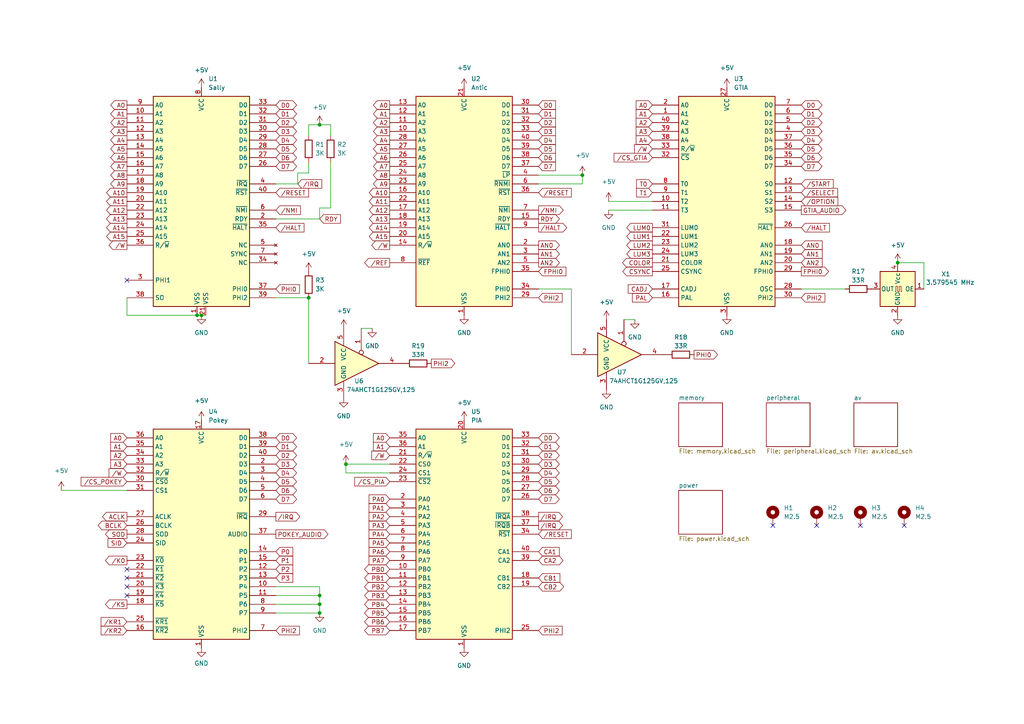
<source format=kicad_sch>
(kicad_sch (version 20230121) (generator eeschema)
  (paper "A4")
  (title_block (title "Atari SBC") (date "2023-09-01") (rev "1.2"))
  (lib_symbols
    (symbol "74xGxx:74AHCT1G125"
      (property "Reference" "U" (at -2.54 3.81 0))
      (property "Value" "74AHCT1G125" (at 0 -3.81 0))
      (symbol "74AHCT1G125_0_1"
        (polyline (pts (xy -7.62 6.35) (xy -7.62 -6.35) (xy 5.08 0) (xy -7.62 6.35)) (stroke (width 0.254)) (fill (type background)))
      )
      (symbol "74AHCT1G125_1_1"
        (pin input inverted (at 0 10.16 270) (length 7.62) (name "~") (number "1"))
        (pin input line (at -15.24 0 0) (length 7.62) (name "~") (number "2"))
        (pin power_in line (at -5.08 -10.16 90) (length 5.08) (name "GND") (number "3"))
        (pin tri_state line (at 12.7 0 180) (length 7.62) (name "~") (number "4"))
        (pin power_in line (at -5.08 10.16 270) (length 5.08) (name "VCC") (number "5"))
      )
    )
    (symbol "Device:R" (pin_numbers hide) (pin_names (offset 0))
      (property "Reference" "R" (at 2.032 0 90))
      (property "Value" "R" (at 0 0 90))
      (symbol "R_0_1"
        (rectangle (start -1.016 -2.54) (end 1.016 2.54) (stroke (width 0.254)))
      )
      (symbol "R_1_1"
        (pin passive line (at 0 3.81 270) (length 1.27) (name "~") (number "1"))
        (pin passive line (at 0 -3.81 90) (length 1.27) (name "~") (number "2"))
      )
    )
    (symbol "Mechanical:MountingHole_Pad" (pin_numbers hide) (pin_names (offset 1.016) hide)
      (property "Reference" "H" (at 0 6.35 0))
      (property "Value" "MountingHole_Pad" (at 0 4.445 0))
      (symbol "MountingHole_Pad_0_1"
        (circle (center 0 1.27) (radius 1.27) (stroke (width 1.27)))
      )
      (symbol "MountingHole_Pad_1_1"
        (pin input line (at 0 -2.54 90) (length 2.54) (name "1") (number "1"))
      )
    )
    (symbol "Oscillator:SG-8002CA" (pin_names (offset 0.254))
      (property "Reference" "X" (at -5.08 6.35 0))
      (property "Value" "SG-8002CA" (at 1.27 -6.35 0))
      (symbol "SG-8002CA_0_1"
        (rectangle (start -5.08 5.08) (end 5.08 -5.08) (stroke (width 0.254)) (fill (type background)))
        (polyline (pts (xy -1.27 -0.762) (xy -1.016 -0.762) (xy -1.016 0.762) (xy -0.508 0.762) (xy -0.508 -0.762) (xy 0 -0.762) (xy 0 0.762) (xy 0.508 0.762) (xy 0.508 -0.762) (xy 0.762 -0.762)))
      )
      (symbol "SG-8002CA_1_1"
        (pin input line (at -7.62 0 0) (length 2.54) (name "OE") (number "1"))
        (pin power_in line (at 0 -7.62 90) (length 2.54) (name "GND") (number "2"))
        (pin output line (at 7.62 0 180) (length 2.54) (name "OUT") (number "3"))
        (pin power_in line (at 0 7.62 270) (length 2.54) (name "Vcc") (number "4"))
      )
    )
    (symbol "Project_Atari_LSI:Atari-Antic"
      (property "Reference" "U" (at 0 2.54 0))
      (property "Value" "Atari-Antic" (at 0 0 0))
      (symbol "Atari-Antic_0_1"
        (rectangle (start -13.97 30.48) (end 13.97 -30.48) (stroke (width 0.254)) (fill (type background)))
      )
      (symbol "Atari-Antic_1_1"
        (pin power_in line (at 0 -33.02 90) (length 2.54) (name "VSS") (number "1"))
        (pin tri_state line (at -21.59 20.32 0) (length 7.62) (name "A3") (number "10"))
        (pin tri_state line (at -21.59 22.86 0) (length 7.62) (name "A2") (number "11"))
        (pin tri_state line (at -21.59 25.4 0) (length 7.62) (name "A1") (number "12"))
        (pin tri_state line (at -21.59 27.94 0) (length 7.62) (name "A0") (number "13"))
        (pin tri_state line (at -21.59 -12.7 0) (length 7.62) (name "R/~{W}") (number "14"))
        (pin open_collector line (at 21.59 -5.08 180) (length 7.62) (name "RDY") (number "15"))
        (pin tri_state line (at -21.59 2.54 0) (length 7.62) (name "A10") (number "16"))
        (pin tri_state line (at -21.59 -2.54 0) (length 7.62) (name "A12") (number "17"))
        (pin tri_state line (at -21.59 -5.08 0) (length 7.62) (name "A13") (number "18"))
        (pin tri_state line (at -21.59 -7.62 0) (length 7.62) (name "A14") (number "19"))
        (pin output line (at 21.59 -12.7 180) (length 7.62) (name "AN0") (number "2"))
        (pin tri_state line (at -21.59 -10.16 0) (length 7.62) (name "A15") (number "20"))
        (pin power_in line (at 0 33.02 270) (length 2.54) (name "VCC") (number "21"))
        (pin tri_state line (at -21.59 0 0) (length 7.62) (name "A11") (number "22"))
        (pin tri_state line (at -21.59 5.08 0) (length 7.62) (name "A9") (number "23"))
        (pin tri_state line (at -21.59 7.62 0) (length 7.62) (name "A8") (number "24"))
        (pin tri_state line (at -21.59 10.16 0) (length 7.62) (name "A7") (number "25"))
        (pin tri_state line (at -21.59 12.7 0) (length 7.62) (name "A6") (number "26"))
        (pin tri_state line (at -21.59 15.24 0) (length 7.62) (name "A5") (number "27"))
        (pin tri_state line (at -21.59 17.78 0) (length 7.62) (name "A4") (number "28"))
        (pin input line (at 21.59 -27.94 180) (length 7.62) (name "PHI2") (number "29"))
        (pin output line (at 21.59 -15.24 180) (length 7.62) (name "AN1") (number "3"))
        (pin tri_state line (at 21.59 27.94 180) (length 7.62) (name "D0") (number "30"))
        (pin tri_state line (at 21.59 25.4 180) (length 7.62) (name "D1") (number "31"))
        (pin tri_state line (at 21.59 22.86 180) (length 7.62) (name "D2") (number "32"))
        (pin tri_state line (at 21.59 20.32 180) (length 7.62) (name "D3") (number "33"))
        (pin output line (at 21.59 -25.4 180) (length 7.62) (name "PHI0") (number "34"))
        (pin input line (at 21.59 -20.32 180) (length 7.62) (name "FPHI0") (number "35"))
        (pin input line (at 21.59 2.54 180) (length 7.62) (name "~{RST}") (number "36"))
        (pin tri_state line (at 21.59 10.16 180) (length 7.62) (name "D7") (number "37"))
        (pin tri_state line (at 21.59 12.7 180) (length 7.62) (name "D6") (number "38"))
        (pin tri_state line (at 21.59 15.24 180) (length 7.62) (name "D5") (number "39"))
        (pin input line (at 21.59 7.62 180) (length 7.62) (name "~{LP}") (number "4"))
        (pin tri_state line (at 21.59 17.78 180) (length 7.62) (name "D4") (number "40"))
        (pin output line (at 21.59 -17.78 180) (length 7.62) (name "AN2") (number "5"))
        (pin input line (at 21.59 5.08 180) (length 7.62) (name "~{RNMI}") (number "6"))
        (pin output line (at 21.59 -2.54 180) (length 7.62) (name "~{NMI}") (number "7"))
        (pin output line (at -21.59 -17.78 0) (length 7.62) (name "~{REF}") (number "8"))
        (pin output line (at 21.59 -7.62 180) (length 7.62) (name "~{HALT}") (number "9"))
      )
    )
    (symbol "Project_Atari_LSI:Atari-GTIA"
      (property "Reference" "U" (at 0 2.54 0))
      (property "Value" "Atari-GTIA" (at 0 0 0))
      (symbol "Atari-GTIA_0_1"
        (rectangle (start -13.97 30.48) (end 13.97 -30.48) (stroke (width 0.254)) (fill (type background)))
      )
      (symbol "Atari-GTIA_1_1"
        (pin input line (at -21.59 25.4 0) (length 7.62) (name "A1") (number "1"))
        (pin input line (at -21.59 0 0) (length 7.62) (name "T2") (number "10"))
        (pin input line (at -21.59 -2.54 0) (length 7.62) (name "T3") (number "11"))
        (pin bidirectional line (at 21.59 5.08 180) (length 7.62) (name "S0") (number "12"))
        (pin bidirectional line (at 21.59 2.54 180) (length 7.62) (name "S1") (number "13"))
        (pin bidirectional line (at 21.59 0 180) (length 7.62) (name "S2") (number "14"))
        (pin bidirectional line (at 21.59 -2.54 180) (length 7.62) (name "S3") (number "15"))
        (pin input line (at -21.59 -27.94 0) (length 7.62) (name "PAL") (number "16"))
        (pin input line (at -21.59 -25.4 0) (length 7.62) (name "CADJ") (number "17"))
        (pin input line (at 21.59 -12.7 180) (length 7.62) (name "AN0") (number "18"))
        (pin input line (at 21.59 -15.24 180) (length 7.62) (name "AN1") (number "19"))
        (pin input line (at -21.59 27.94 0) (length 7.62) (name "A0") (number "2"))
        (pin input line (at 21.59 -17.78 180) (length 7.62) (name "AN2") (number "20"))
        (pin open_collector line (at -21.59 -17.78 0) (length 7.62) (name "COLOR") (number "21"))
        (pin open_collector line (at -21.59 -10.16 0) (length 7.62) (name "LUM1") (number "22"))
        (pin open_collector line (at -21.59 -12.7 0) (length 7.62) (name "LUM2") (number "23"))
        (pin open_collector line (at -21.59 -15.24 0) (length 7.62) (name "LUM3") (number "24"))
        (pin output line (at -21.59 -20.32 0) (length 7.62) (name "CSYNC") (number "25"))
        (pin input line (at 21.59 -7.62 180) (length 7.62) (name "~{HALT}") (number "26"))
        (pin power_in line (at 0 33.02 270) (length 2.54) (name "VCC") (number "27"))
        (pin input line (at 21.59 -25.4 180) (length 7.62) (name "OSC") (number "28"))
        (pin output line (at 21.59 -20.32 180) (length 7.62) (name "FPHI0") (number "29"))
        (pin power_in line (at 0 -33.02 90) (length 2.54) (name "VSS") (number "3"))
        (pin input line (at 21.59 -27.94 180) (length 7.62) (name "PHI2") (number "30"))
        (pin open_collector line (at -21.59 -7.62 0) (length 7.62) (name "LUM0") (number "31"))
        (pin input line (at -21.59 12.7 0) (length 7.62) (name "~{CS}") (number "32"))
        (pin input line (at -21.59 15.24 0) (length 7.62) (name "R/~{W}") (number "33"))
        (pin bidirectional line (at 21.59 10.16 180) (length 7.62) (name "D7") (number "34"))
        (pin bidirectional line (at 21.59 12.7 180) (length 7.62) (name "D6") (number "35"))
        (pin bidirectional line (at 21.59 15.24 180) (length 7.62) (name "D5") (number "36"))
        (pin bidirectional line (at 21.59 17.78 180) (length 7.62) (name "D4") (number "37"))
        (pin input line (at -21.59 17.78 0) (length 7.62) (name "A4") (number "38"))
        (pin input line (at -21.59 20.32 0) (length 7.62) (name "A3") (number "39"))
        (pin tri_state line (at 21.59 20.32 180) (length 7.62) (name "D3") (number "4"))
        (pin input line (at -21.59 22.86 0) (length 7.62) (name "A2") (number "40"))
        (pin tri_state line (at 21.59 22.86 180) (length 7.62) (name "D2") (number "5"))
        (pin tri_state line (at 21.59 25.4 180) (length 7.62) (name "D1") (number "6"))
        (pin tri_state line (at 21.59 27.94 180) (length 7.62) (name "D0") (number "7"))
        (pin input line (at -21.59 5.08 0) (length 7.62) (name "T0") (number "8"))
        (pin input line (at -21.59 2.54 0) (length 7.62) (name "T1") (number "9"))
      )
    )
    (symbol "Project_Atari_LSI:Atari-Pokey"
      (property "Reference" "U" (at 0 2.54 0))
      (property "Value" "Atari-Pokey" (at 0 0 0))
      (symbol "Atari-Pokey_0_1"
        (rectangle (start -13.97 30.48) (end 13.97 -30.48) (stroke (width 0.254)) (fill (type background)))
      )
      (symbol "Atari-Pokey_1_1"
        (pin power_in line (at 0 -33.02 90) (length 2.54) (name "VSS") (number "1"))
        (pin input line (at 21.59 -15.24 180) (length 7.62) (name "P4") (number "10"))
        (pin input line (at 21.59 -17.78 180) (length 7.62) (name "P5") (number "11"))
        (pin input line (at 21.59 -10.16 180) (length 7.62) (name "P2") (number "12"))
        (pin input line (at 21.59 -12.7 180) (length 7.62) (name "P3") (number "13"))
        (pin input line (at 21.59 -5.08 180) (length 7.62) (name "P0") (number "14"))
        (pin input line (at 21.59 -7.62 180) (length 7.62) (name "P1") (number "15"))
        (pin input line (at -21.59 -27.94 0) (length 7.62) (name "~{KR2}") (number "16"))
        (pin power_in line (at 0 33.02 270) (length 2.54) (name "VCC") (number "17"))
        (pin output line (at -21.59 -20.32 0) (length 7.62) (name "~{K5}") (number "18"))
        (pin output line (at -21.59 -17.78 0) (length 7.62) (name "~{K4}") (number "19"))
        (pin tri_state line (at 21.59 20.32 180) (length 7.62) (name "D3") (number "2"))
        (pin output line (at -21.59 -15.24 0) (length 7.62) (name "~{K3}") (number "20"))
        (pin output line (at -21.59 -12.7 0) (length 7.62) (name "~{K2}") (number "21"))
        (pin output line (at -21.59 -10.16 0) (length 7.62) (name "~{K1}") (number "22"))
        (pin output line (at -21.59 -7.62 0) (length 7.62) (name "~{K0}") (number "23"))
        (pin input line (at -21.59 -2.54 0) (length 7.62) (name "SID") (number "24"))
        (pin input line (at -21.59 -25.4 0) (length 7.62) (name "~{KR1}") (number "25"))
        (pin bidirectional line (at -21.59 2.54 0) (length 7.62) (name "BCLK") (number "26"))
        (pin open_collector line (at -21.59 5.08 0) (length 7.62) (name "ACLK") (number "27"))
        (pin open_collector line (at -21.59 0 0) (length 7.62) (name "SOD") (number "28"))
        (pin open_collector line (at 21.59 5.08 180) (length 7.62) (name "~{IRQ}") (number "29"))
        (pin tri_state line (at 21.59 17.78 180) (length 7.62) (name "D4") (number "3"))
        (pin input line (at -21.59 15.24 0) (length 7.62) (name "~{CS0}") (number "30"))
        (pin input line (at -21.59 12.7 0) (length 7.62) (name "CS1") (number "31"))
        (pin input line (at -21.59 17.78 0) (length 7.62) (name "R/~{W}") (number "32"))
        (pin input line (at -21.59 20.32 0) (length 7.62) (name "A3") (number "33"))
        (pin input line (at -21.59 22.86 0) (length 7.62) (name "A2") (number "34"))
        (pin input line (at -21.59 25.4 0) (length 7.62) (name "A1") (number "35"))
        (pin input line (at -21.59 27.94 0) (length 7.62) (name "A0") (number "36"))
        (pin open_collector line (at 21.59 0 180) (length 7.62) (name "AUDIO") (number "37"))
        (pin tri_state line (at 21.59 27.94 180) (length 7.62) (name "D0") (number "38"))
        (pin tri_state line (at 21.59 25.4 180) (length 7.62) (name "D1") (number "39"))
        (pin tri_state line (at 21.59 15.24 180) (length 7.62) (name "D5") (number "4"))
        (pin tri_state line (at 21.59 22.86 180) (length 7.62) (name "D2") (number "40"))
        (pin tri_state line (at 21.59 12.7 180) (length 7.62) (name "D6") (number "5"))
        (pin tri_state line (at 21.59 10.16 180) (length 7.62) (name "D7") (number "6"))
        (pin input line (at 21.59 -27.94 180) (length 7.62) (name "PHI2") (number "7"))
        (pin input line (at 21.59 -20.32 180) (length 7.62) (name "P6") (number "8"))
        (pin input line (at 21.59 -22.86 180) (length 7.62) (name "P7") (number "9"))
      )
    )
    (symbol "Project_Atari_LSI:Atari-Sally"
      (property "Reference" "U" (at 0 2.54 0))
      (property "Value" "Atari-Sally" (at 0 0 0))
      (symbol "Atari-Sally_0_1"
        (rectangle (start -13.97 30.48) (end 13.97 -30.48) (stroke (width 0.254)) (fill (type background)))
      )
      (symbol "Atari-Sally_1_1"
        (pin power_in line (at -1.27 -33.02 90) (length 2.54) (name "VSS") (number "1"))
        (pin tri_state line (at -21.59 25.4 0) (length 7.62) (name "A1") (number "10"))
        (pin tri_state line (at -21.59 22.86 0) (length 7.62) (name "A2") (number "11"))
        (pin tri_state line (at -21.59 20.32 0) (length 7.62) (name "A3") (number "12"))
        (pin tri_state line (at -21.59 17.78 0) (length 7.62) (name "A4") (number "13"))
        (pin tri_state line (at -21.59 15.24 0) (length 7.62) (name "A5") (number "14"))
        (pin tri_state line (at -21.59 12.7 0) (length 7.62) (name "A6") (number "15"))
        (pin tri_state line (at -21.59 10.16 0) (length 7.62) (name "A7") (number "16"))
        (pin tri_state line (at -21.59 7.62 0) (length 7.62) (name "A8") (number "17"))
        (pin tri_state line (at -21.59 5.08 0) (length 7.62) (name "A9") (number "18"))
        (pin tri_state line (at -21.59 2.54 0) (length 7.62) (name "A10") (number "19"))
        (pin input line (at 21.59 -5.08 180) (length 7.62) (name "RDY") (number "2"))
        (pin tri_state line (at -21.59 0 0) (length 7.62) (name "A11") (number "20"))
        (pin power_in line (at 1.27 -33.02 90) (length 2.54) (name "VSS") (number "21"))
        (pin tri_state line (at -21.59 -2.54 0) (length 7.62) (name "A12") (number "22"))
        (pin tri_state line (at -21.59 -5.08 0) (length 7.62) (name "A13") (number "23"))
        (pin tri_state line (at -21.59 -7.62 0) (length 7.62) (name "A14") (number "24"))
        (pin tri_state line (at -21.59 -10.16 0) (length 7.62) (name "A15") (number "25"))
        (pin tri_state line (at 21.59 10.16 180) (length 7.62) (name "D7") (number "26"))
        (pin tri_state line (at 21.59 12.7 180) (length 7.62) (name "D6") (number "27"))
        (pin tri_state line (at 21.59 15.24 180) (length 7.62) (name "D5") (number "28"))
        (pin tri_state line (at 21.59 17.78 180) (length 7.62) (name "D4") (number "29"))
        (pin output line (at -21.59 -22.86 0) (length 7.62) (name "PHI1") (number "3"))
        (pin tri_state line (at 21.59 20.32 180) (length 7.62) (name "D3") (number "30"))
        (pin tri_state line (at 21.59 22.86 180) (length 7.62) (name "D2") (number "31"))
        (pin tri_state line (at 21.59 25.4 180) (length 7.62) (name "D1") (number "32"))
        (pin tri_state line (at 21.59 27.94 180) (length 7.62) (name "D0") (number "33"))
        (pin no_connect line (at 21.59 -17.78 180) (length 7.62) (name "NC") (number "34"))
        (pin input line (at 21.59 -7.62 180) (length 7.62) (name "~{HALT}") (number "35"))
        (pin tri_state line (at -21.59 -12.7 0) (length 7.62) (name "R/~{W}") (number "36"))
        (pin input line (at 21.59 -25.4 180) (length 7.62) (name "PHI0") (number "37"))
        (pin input line (at -21.59 -27.94 0) (length 7.62) (name "SO") (number "38"))
        (pin output line (at 21.59 -27.94 180) (length 7.62) (name "PHI2") (number "39"))
        (pin input line (at 21.59 5.08 180) (length 7.62) (name "~{IRQ}") (number "4"))
        (pin input line (at 21.59 2.54 180) (length 7.62) (name "~{RST}") (number "40"))
        (pin no_connect line (at 21.59 -12.7 180) (length 7.62) (name "NC") (number "5"))
        (pin input line (at 21.59 -2.54 180) (length 7.62) (name "~{NMI}") (number "6"))
        (pin no_connect line (at 21.59 -15.24 180) (length 7.62) (name "SYNC") (number "7"))
        (pin power_in line (at 0 33.02 270) (length 2.54) (name "VCC") (number "8"))
        (pin tri_state line (at -21.59 27.94 0) (length 7.62) (name "A0") (number "9"))
      )
    )
    (symbol "Project_Atari_LSI:PIA"
      (property "Reference" "U" (at 0 2.54 0))
      (property "Value" "PIA" (at 0 0 0))
      (symbol "PIA_0_1"
        (rectangle (start -13.97 30.48) (end 13.97 -30.48) (stroke (width 0.254)) (fill (type background)))
      )
      (symbol "PIA_1_1"
        (pin power_in line (at 0 -33.02 90) (length 2.54) (name "VSS") (number "1"))
        (pin bidirectional line (at -21.59 -10.16 0) (length 7.62) (name "PB0") (number "10"))
        (pin bidirectional line (at -21.59 -12.7 0) (length 7.62) (name "PB1") (number "11"))
        (pin bidirectional line (at -21.59 -15.24 0) (length 7.62) (name "PB2") (number "12"))
        (pin bidirectional line (at -21.59 -17.78 0) (length 7.62) (name "PB3") (number "13"))
        (pin bidirectional line (at -21.59 -20.32 0) (length 7.62) (name "PB4") (number "14"))
        (pin bidirectional line (at -21.59 -22.86 0) (length 7.62) (name "PB5") (number "15"))
        (pin bidirectional line (at -21.59 -25.4 0) (length 7.62) (name "PB6") (number "16"))
        (pin bidirectional line (at -21.59 -27.94 0) (length 7.62) (name "PB7") (number "17"))
        (pin input line (at 21.59 -12.7 180) (length 7.62) (name "CB1") (number "18"))
        (pin bidirectional line (at 21.59 -15.24 180) (length 7.62) (name "CB2") (number "19"))
        (pin bidirectional line (at -21.59 10.16 0) (length 7.62) (name "PA0") (number "2"))
        (pin power_in line (at 0 33.02 270) (length 2.54) (name "VCC") (number "20"))
        (pin input line (at -21.59 22.86 0) (length 7.62) (name "R/~{W}") (number "21"))
        (pin input line (at -21.59 20.32 0) (length 7.62) (name "CS0") (number "22"))
        (pin input line (at -21.59 15.24 0) (length 7.62) (name "~{CS2}") (number "23"))
        (pin input line (at -21.59 17.78 0) (length 7.62) (name "CS1") (number "24"))
        (pin input line (at 21.59 -27.94 180) (length 7.62) (name "PHI2") (number "25"))
        (pin tri_state line (at 21.59 10.16 180) (length 7.62) (name "D7") (number "26"))
        (pin tri_state line (at 21.59 12.7 180) (length 7.62) (name "D6") (number "27"))
        (pin tri_state line (at 21.59 15.24 180) (length 7.62) (name "D5") (number "28"))
        (pin tri_state line (at 21.59 17.78 180) (length 7.62) (name "D4") (number "29"))
        (pin bidirectional line (at -21.59 7.62 0) (length 7.62) (name "PA1") (number "3"))
        (pin tri_state line (at 21.59 20.32 180) (length 7.62) (name "D3") (number "30"))
        (pin tri_state line (at 21.59 22.86 180) (length 7.62) (name "D2") (number "31"))
        (pin tri_state line (at 21.59 25.4 180) (length 7.62) (name "D1") (number "32"))
        (pin tri_state line (at 21.59 27.94 180) (length 7.62) (name "D0") (number "33"))
        (pin input line (at 21.59 0 180) (length 7.62) (name "~{RST}") (number "34"))
        (pin input line (at -21.59 27.94 0) (length 7.62) (name "A0") (number "35"))
        (pin input line (at -21.59 25.4 0) (length 7.62) (name "A1") (number "36"))
        (pin open_collector line (at 21.59 2.54 180) (length 7.62) (name "~{IRQB}") (number "37"))
        (pin open_collector line (at 21.59 5.08 180) (length 7.62) (name "~{IRQA}") (number "38"))
        (pin bidirectional line (at 21.59 -7.62 180) (length 7.62) (name "CA2") (number "39"))
        (pin bidirectional line (at -21.59 5.08 0) (length 7.62) (name "PA2") (number "4"))
        (pin input line (at 21.59 -5.08 180) (length 7.62) (name "CA1") (number "40"))
        (pin bidirectional line (at -21.59 2.54 0) (length 7.62) (name "PA3") (number "5"))
        (pin bidirectional line (at -21.59 0 0) (length 7.62) (name "PA4") (number "6"))
        (pin bidirectional line (at -21.59 -2.54 0) (length 7.62) (name "PA5") (number "7"))
        (pin bidirectional line (at -21.59 -5.08 0) (length 7.62) (name "PA6") (number "8"))
        (pin bidirectional line (at -21.59 -7.62 0) (length 7.62) (name "PA7") (number "9"))
      )
    )
    (symbol "power:+5V" (power) (pin_names (offset 0))
      (property "Value" "+5V" (at 0 3.556 0))
      (symbol "+5V_0_1"
        (polyline (pts (xy -0.762 1.27) (xy 0 2.54)))
        (polyline (pts (xy 0 0) (xy 0 2.54)))
        (polyline (pts (xy 0 2.54) (xy 0.762 1.27)))
      )
      (symbol "+5V_1_1"
        (pin power_in line (at 0 0 90) (length 0) hide (name "+5V") (number "1"))
      )
    )
    (symbol "power:GND" (power) (pin_names (offset 0))
      (property "Value" "GND" (at 0 -3.81 0))
      (symbol "GND_0_1"
        (polyline (pts (xy 0 0) (xy 0 -1.27) (xy 1.27 -1.27) (xy 0 -2.54) (xy -1.27 -1.27) (xy 0 -1.27)))
      )
      (symbol "GND_1_1"
        (pin power_in line (at 0 0 270) (length 0) hide (name "GND") (number "1"))
      )
    )
  )
  (junction (at 92.71 172.72))
  (junction (at 58.42 91.44))
  (junction (at 57.15 91.44))
  (junction (at 260.35 76.2))
  (junction (at 92.71 177.8))
  (junction (at 92.71 175.26))
  (junction (at 92.71 36.195))
  (junction (at 168.91 50.8))
  (junction (at 100.33 134.62))
  (junction (at 89.535 86.36))
  (no_connect (at 36.83 170.18))
  (no_connect (at 36.83 167.64))
  (no_connect (at 236.855 152.4))
  (no_connect (at 36.83 172.72))
  (no_connect (at 262.255 152.4))
  (no_connect (at 36.83 81.28))
  (no_connect (at 249.555 152.4))
  (no_connect (at 224.155 152.4))
  (no_connect (at 36.83 165.1))
  (wire (pts (xy 80.01 170.18) (xy 92.71 170.18)))
  (wire (pts (xy 156.21 83.82) (xy 165.735 83.82)))
  (wire (pts (xy 267.97 76.2) (xy 260.35 76.2)))
  (wire (pts (xy 86.36 50.165) (xy 86.36 53.34)))
  (wire (pts (xy 267.97 83.82) (xy 267.97 76.2)))
  (wire (pts (xy 156.21 50.8) (xy 168.91 50.8)))
  (wire (pts (xy 89.535 36.195) (xy 89.535 39.37)))
  (wire (pts (xy 80.01 172.72) (xy 92.71 172.72)))
  (wire (pts (xy 92.71 60.325) (xy 92.71 63.5)))
  (wire (pts (xy 89.535 46.99) (xy 89.535 50.165)))
  (wire (pts (xy 165.735 83.82) (xy 165.735 102.87)))
  (wire (pts (xy 92.71 170.18) (xy 92.71 172.72)))
  (wire (pts (xy 95.885 46.99) (xy 95.885 60.325)))
  (wire (pts (xy 58.42 91.44) (xy 59.69 91.44)))
  (wire (pts (xy 92.71 175.26) (xy 92.71 177.8)))
  (wire (pts (xy 232.41 83.82) (xy 245.11 83.82)))
  (wire (pts (xy 80.01 177.8) (xy 92.71 177.8)))
  (wire (pts (xy 100.33 134.62) (xy 100.33 137.16)))
  (wire (pts (xy 113.03 134.62) (xy 100.33 134.62)))
  (wire (pts (xy 36.83 91.44) (xy 57.15 91.44)))
  (wire (pts (xy 104.775 95.25) (xy 107.95 95.25)))
  (wire (pts (xy 156.21 53.34) (xy 168.91 53.34)))
  (wire (pts (xy 180.975 92.71) (xy 184.15 92.71)))
  (wire (pts (xy 80.01 63.5) (xy 92.71 63.5)))
  (wire (pts (xy 95.885 36.195) (xy 95.885 39.37)))
  (wire (pts (xy 89.535 36.195) (xy 92.71 36.195)))
  (wire (pts (xy 92.71 172.72) (xy 92.71 175.26)))
  (wire (pts (xy 80.01 53.34) (xy 86.36 53.34)))
  (wire (pts (xy 92.71 60.325) (xy 95.885 60.325)))
  (wire (pts (xy 113.03 137.16) (xy 100.33 137.16)))
  (wire (pts (xy 80.01 175.26) (xy 92.71 175.26)))
  (wire (pts (xy 92.71 36.195) (xy 95.885 36.195)))
  (wire (pts (xy 57.15 91.44) (xy 58.42 91.44)))
  (wire (pts (xy 80.01 86.36) (xy 89.535 86.36)))
  (wire (pts (xy 17.78 142.24) (xy 36.83 142.24)))
  (wire (pts (xy 86.36 50.165) (xy 89.535 50.165)))
  (wire (pts (xy 176.53 58.42) (xy 189.23 58.42)))
  (wire (pts (xy 89.535 86.36) (xy 89.535 105.41)))
  (wire (pts (xy 168.91 50.8) (xy 168.91 53.34)))
  (wire (pts (xy 36.83 86.36) (xy 36.83 91.44)))
  (wire (pts (xy 176.53 60.96) (xy 189.23 60.96)))
  (global_label "A1" (shape output) (at 36.83 33.02 180) (property "Intersheetrefs" "${INTERSHEET_REFS}" (effects hide)))
  (global_label "CB1" (shape input) (at 156.21 167.64 0) (property "Intersheetrefs" "${INTERSHEET_REFS}" (effects hide)))
  (global_label "PB3" (shape bidirectional) (at 113.03 172.72 180) (property "Intersheetrefs" "${INTERSHEET_REFS}" (effects hide)))
  (global_label "D2" (shape tri_state) (at 232.41 35.56 0) (property "Intersheetrefs" "${INTERSHEET_REFS}" (effects hide)))
  (global_label "PA6" (shape input) (at 113.03 160.02 180) (property "Intersheetrefs" "${INTERSHEET_REFS}" (effects hide)))
  (global_label "{slash}IRQ" (shape output) (at 156.21 149.86 0) (property "Intersheetrefs" "${INTERSHEET_REFS}" (effects hide)))
  (global_label "D3" (shape tri_state) (at 80.01 38.1 0) (property "Intersheetrefs" "${INTERSHEET_REFS}" (effects hide)))
  (global_label "{slash}KR1" (shape input) (at 36.83 180.34 180) (property "Intersheetrefs" "${INTERSHEET_REFS}" (effects hide)))
  (global_label "A3" (shape output) (at 36.83 38.1 180) (property "Intersheetrefs" "${INTERSHEET_REFS}" (effects hide)))
  (global_label "T1" (shape input) (at 189.23 55.88 180) (property "Intersheetrefs" "${INTERSHEET_REFS}" (effects hide)))
  (global_label "A7" (shape output) (at 113.03 48.26 180) (property "Intersheetrefs" "${INTERSHEET_REFS}" (effects hide)))
  (global_label "A2" (shape input) (at 189.23 35.56 180) (property "Intersheetrefs" "${INTERSHEET_REFS}" (effects hide)))
  (global_label "D7" (shape tri_state) (at 80.01 144.78 0) (property "Intersheetrefs" "${INTERSHEET_REFS}" (effects hide)))
  (global_label "LUM0" (shape output) (at 189.23 66.04 180) (property "Intersheetrefs" "${INTERSHEET_REFS}" (effects hide)))
  (global_label "A1" (shape input) (at 36.83 129.54 180) (property "Intersheetrefs" "${INTERSHEET_REFS}" (effects hide)))
  (global_label "{slash}OPTION" (shape input) (at 232.41 58.42 0) (property "Intersheetrefs" "${INTERSHEET_REFS}" (effects hide)))
  (global_label "POKEY_AUDIO" (shape output) (at 80.01 154.94 0) (property "Intersheetrefs" "${INTERSHEET_REFS}" (effects hide)))
  (global_label "A3" (shape input) (at 36.83 134.62 180) (property "Intersheetrefs" "${INTERSHEET_REFS}" (effects hide)))
  (global_label "{slash}NMI" (shape output) (at 156.21 60.96 0) (property "Intersheetrefs" "${INTERSHEET_REFS}" (effects hide)))
  (global_label "A2" (shape output) (at 113.03 35.56 180) (property "Intersheetrefs" "${INTERSHEET_REFS}" (effects hide)))
  (global_label "D1" (shape tri_state) (at 80.01 129.54 0) (property "Intersheetrefs" "${INTERSHEET_REFS}" (effects hide)))
  (global_label "A0" (shape input) (at 36.83 127 180) (property "Intersheetrefs" "${INTERSHEET_REFS}" (effects hide)))
  (global_label "A4" (shape output) (at 113.03 40.64 180) (property "Intersheetrefs" "${INTERSHEET_REFS}" (effects hide)))
  (global_label "A6" (shape output) (at 113.03 45.72 180) (property "Intersheetrefs" "${INTERSHEET_REFS}" (effects hide)))
  (global_label "A9" (shape output) (at 36.83 53.34 180) (property "Intersheetrefs" "${INTERSHEET_REFS}" (effects hide)))
  (global_label "A3" (shape output) (at 113.03 38.1 180) (property "Intersheetrefs" "${INTERSHEET_REFS}" (effects hide)))
  (global_label "PA2" (shape input) (at 113.03 149.86 180) (property "Intersheetrefs" "${INTERSHEET_REFS}" (effects hide)))
  (global_label "P0" (shape input) (at 80.01 160.02 0) (property "Intersheetrefs" "${INTERSHEET_REFS}" (effects hide)))
  (global_label "RDY" (shape output) (at 156.21 63.5 0) (property "Intersheetrefs" "${INTERSHEET_REFS}" (effects hide)))
  (global_label "GTIA_AUDIO" (shape output) (at 232.41 60.96 0) (property "Intersheetrefs" "${INTERSHEET_REFS}" (effects hide)))
  (global_label "SOD" (shape output) (at 36.83 154.94 180) (property "Intersheetrefs" "${INTERSHEET_REFS}" (effects hide)))
  (global_label "A8" (shape output) (at 113.03 50.8 180) (property "Intersheetrefs" "${INTERSHEET_REFS}" (effects hide)))
  (global_label "A0" (shape output) (at 113.03 30.48 180) (property "Intersheetrefs" "${INTERSHEET_REFS}" (effects hide)))
  (global_label "A15" (shape output) (at 36.83 68.58 180) (property "Intersheetrefs" "${INTERSHEET_REFS}" (effects hide)))
  (global_label "D4" (shape input) (at 156.21 40.64 0) (property "Intersheetrefs" "${INTERSHEET_REFS}" (effects hide)))
  (global_label "D4" (shape tri_state) (at 80.01 137.16 0) (property "Intersheetrefs" "${INTERSHEET_REFS}" (effects hide)))
  (global_label "D4" (shape tri_state) (at 156.21 137.16 0) (property "Intersheetrefs" "${INTERSHEET_REFS}" (effects hide)))
  (global_label "D7" (shape input) (at 156.21 48.26 0) (property "Intersheetrefs" "${INTERSHEET_REFS}" (effects hide)))
  (global_label "FPHI0" (shape input) (at 156.21 78.74 0) (property "Intersheetrefs" "${INTERSHEET_REFS}" (effects hide)))
  (global_label "D5" (shape tri_state) (at 156.21 139.7 0) (property "Intersheetrefs" "${INTERSHEET_REFS}" (effects hide)))
  (global_label "AN2" (shape input) (at 232.41 76.2 0) (property "Intersheetrefs" "${INTERSHEET_REFS}" (effects hide)))
  (global_label "D5" (shape tri_state) (at 80.01 43.18 0) (property "Intersheetrefs" "${INTERSHEET_REFS}" (effects hide)))
  (global_label "A8" (shape output) (at 36.83 50.8 180) (property "Intersheetrefs" "${INTERSHEET_REFS}" (effects hide)))
  (global_label "D6" (shape tri_state) (at 80.01 142.24 0) (property "Intersheetrefs" "${INTERSHEET_REFS}" (effects hide)))
  (global_label "D5" (shape tri_state) (at 80.01 139.7 0) (property "Intersheetrefs" "${INTERSHEET_REFS}" (effects hide)))
  (global_label "D2" (shape tri_state) (at 156.21 132.08 0) (property "Intersheetrefs" "${INTERSHEET_REFS}" (effects hide)))
  (global_label "A1" (shape input) (at 189.23 33.02 180) (property "Intersheetrefs" "${INTERSHEET_REFS}" (effects hide)))
  (global_label "P3" (shape input) (at 80.01 167.64 0) (property "Intersheetrefs" "${INTERSHEET_REFS}" (effects hide)))
  (global_label "D2" (shape tri_state) (at 80.01 132.08 0) (property "Intersheetrefs" "${INTERSHEET_REFS}" (effects hide)))
  (global_label "LUM3" (shape output) (at 189.23 73.66 180) (property "Intersheetrefs" "${INTERSHEET_REFS}" (effects hide)))
  (global_label "{slash}HALT" (shape output) (at 156.21 66.04 0) (property "Intersheetrefs" "${INTERSHEET_REFS}" (effects hide)))
  (global_label "CB2" (shape bidirectional) (at 156.21 170.18 0) (property "Intersheetrefs" "${INTERSHEET_REFS}" (effects hide)))
  (global_label "A5" (shape output) (at 113.03 43.18 180) (property "Intersheetrefs" "${INTERSHEET_REFS}" (effects hide)))
  (global_label "PHI0" (shape output) (at 201.295 102.87 0) (property "Intersheetrefs" "${INTERSHEET_REFS}" (effects hide)))
  (global_label "P1" (shape input) (at 80.01 162.56 0) (property "Intersheetrefs" "${INTERSHEET_REFS}" (effects hide)))
  (global_label "A13" (shape output) (at 113.03 63.5 180) (property "Intersheetrefs" "${INTERSHEET_REFS}" (effects hide)))
  (global_label "SID" (shape input) (at 36.83 157.48 180) (property "Intersheetrefs" "${INTERSHEET_REFS}" (effects hide)))
  (global_label "D3" (shape tri_state) (at 232.41 38.1 0) (property "Intersheetrefs" "${INTERSHEET_REFS}" (effects hide)))
  (global_label "{slash}IRQ" (shape output) (at 156.21 152.4 0) (property "Intersheetrefs" "${INTERSHEET_REFS}" (effects hide)))
  (global_label "CSYNC" (shape output) (at 189.23 78.74 180) (property "Intersheetrefs" "${INTERSHEET_REFS}" (effects hide)))
  (global_label "A14" (shape output) (at 113.03 66.04 180) (property "Intersheetrefs" "${INTERSHEET_REFS}" (effects hide)))
  (global_label "ACLK" (shape output) (at 36.83 149.86 180) (property "Intersheetrefs" "${INTERSHEET_REFS}" (effects hide)))
  (global_label "A5" (shape output) (at 36.83 43.18 180) (property "Intersheetrefs" "${INTERSHEET_REFS}" (effects hide)))
  (global_label "PB6" (shape bidirectional) (at 113.03 180.34 180) (property "Intersheetrefs" "${INTERSHEET_REFS}" (effects hide)))
  (global_label "D6" (shape tri_state) (at 80.01 45.72 0) (property "Intersheetrefs" "${INTERSHEET_REFS}" (effects hide)))
  (global_label "D5" (shape input) (at 156.21 43.18 0) (property "Intersheetrefs" "${INTERSHEET_REFS}" (effects hide)))
  (global_label "D3" (shape tri_state) (at 156.21 134.62 0) (property "Intersheetrefs" "${INTERSHEET_REFS}" (effects hide)))
  (global_label "D3" (shape tri_state) (at 80.01 134.62 0) (property "Intersheetrefs" "${INTERSHEET_REFS}" (effects hide)))
  (global_label "D7" (shape tri_state) (at 232.41 48.26 0) (property "Intersheetrefs" "${INTERSHEET_REFS}" (effects hide)))
  (global_label "A2" (shape output) (at 36.83 35.56 180) (property "Intersheetrefs" "${INTERSHEET_REFS}" (effects hide)))
  (global_label "{slash}IRQ" (shape output) (at 80.01 149.86 0) (property "Intersheetrefs" "${INTERSHEET_REFS}" (effects hide)))
  (global_label "A1" (shape input) (at 113.03 129.54 180) (property "Intersheetrefs" "${INTERSHEET_REFS}" (effects hide)))
  (global_label "D6" (shape tri_state) (at 232.41 45.72 0) (property "Intersheetrefs" "${INTERSHEET_REFS}" (effects hide)))
  (global_label "{slash}START" (shape input) (at 232.41 53.34 0) (property "Intersheetrefs" "${INTERSHEET_REFS}" (effects hide)))
  (global_label "A15" (shape output) (at 113.03 68.58 180) (property "Intersheetrefs" "${INTERSHEET_REFS}" (effects hide)))
  (global_label "A10" (shape output) (at 36.83 55.88 180) (property "Intersheetrefs" "${INTERSHEET_REFS}" (effects hide)))
  (global_label "A11" (shape output) (at 113.03 58.42 180) (property "Intersheetrefs" "${INTERSHEET_REFS}" (effects hide)))
  (global_label "PAL" (shape input) (at 189.23 86.36 180) (property "Intersheetrefs" "${INTERSHEET_REFS}" (effects hide)))
  (global_label "D1" (shape input) (at 156.21 33.02 0) (property "Intersheetrefs" "${INTERSHEET_REFS}" (effects hide)))
  (global_label "A10" (shape output) (at 113.03 55.88 180) (property "Intersheetrefs" "${INTERSHEET_REFS}" (effects hide)))
  (global_label "{slash}CS_PIA" (shape input) (at 113.03 139.7 180) (property "Intersheetrefs" "${INTERSHEET_REFS}" (effects hide)))
  (global_label "A12" (shape output) (at 113.03 60.96 180) (property "Intersheetrefs" "${INTERSHEET_REFS}" (effects hide)))
  (global_label "CADJ" (shape input) (at 189.23 83.82 180) (property "Intersheetrefs" "${INTERSHEET_REFS}" (effects hide)))
  (global_label "AN2" (shape output) (at 156.21 76.2 0) (property "Intersheetrefs" "${INTERSHEET_REFS}" (effects hide)))
  (global_label "PB1" (shape bidirectional) (at 113.03 167.64 180) (property "Intersheetrefs" "${INTERSHEET_REFS}" (effects hide)))
  (global_label "{slash}K0" (shape output) (at 36.83 162.56 180) (property "Intersheetrefs" "${INTERSHEET_REFS}" (effects hide)))
  (global_label "A4" (shape input) (at 189.23 40.64 180) (property "Intersheetrefs" "${INTERSHEET_REFS}" (effects hide)))
  (global_label "A7" (shape output) (at 36.83 48.26 180) (property "Intersheetrefs" "${INTERSHEET_REFS}" (effects hide)))
  (global_label "D6" (shape tri_state) (at 156.21 142.24 0) (property "Intersheetrefs" "${INTERSHEET_REFS}" (effects hide)))
  (global_label "{slash}IRQ" (shape input) (at 86.36 53.34 0) (property "Intersheetrefs" "${INTERSHEET_REFS}" (effects hide)))
  (global_label "{slash}RESET" (shape input) (at 156.21 154.94 0) (property "Intersheetrefs" "${INTERSHEET_REFS}" (effects hide)))
  (global_label "A11" (shape output) (at 36.83 58.42 180) (property "Intersheetrefs" "${INTERSHEET_REFS}" (effects hide)))
  (global_label "AN0" (shape input) (at 232.41 71.12 0) (property "Intersheetrefs" "${INTERSHEET_REFS}" (effects hide)))
  (global_label "PA5" (shape input) (at 113.03 157.48 180) (property "Intersheetrefs" "${INTERSHEET_REFS}" (effects hide)))
  (global_label "PB4" (shape bidirectional) (at 113.03 175.26 180) (property "Intersheetrefs" "${INTERSHEET_REFS}" (effects hide)))
  (global_label "{slash}HALT" (shape input) (at 232.41 66.04 0) (property "Intersheetrefs" "${INTERSHEET_REFS}" (effects hide)))
  (global_label "{slash}RESET" (shape input) (at 156.21 55.88 0) (property "Intersheetrefs" "${INTERSHEET_REFS}" (effects hide)))
  (global_label "PHI2" (shape input) (at 156.21 182.88 0) (property "Intersheetrefs" "${INTERSHEET_REFS}" (effects hide)))
  (global_label "PHI2" (shape output) (at 125.095 105.41 0) (property "Intersheetrefs" "${INTERSHEET_REFS}" (effects hide)))
  (global_label "D0" (shape tri_state) (at 232.41 30.48 0) (property "Intersheetrefs" "${INTERSHEET_REFS}" (effects hide)))
  (global_label "PB0" (shape bidirectional) (at 113.03 165.1 180) (property "Intersheetrefs" "${INTERSHEET_REFS}" (effects hide)))
  (global_label "D2" (shape tri_state) (at 80.01 35.56 0) (property "Intersheetrefs" "${INTERSHEET_REFS}" (effects hide)))
  (global_label "{slash}SELECT" (shape input) (at 232.41 55.88 0) (property "Intersheetrefs" "${INTERSHEET_REFS}" (effects hide)))
  (global_label "A6" (shape output) (at 36.83 45.72 180) (property "Intersheetrefs" "${INTERSHEET_REFS}" (effects hide)))
  (global_label "D0" (shape tri_state) (at 156.21 127 0) (property "Intersheetrefs" "${INTERSHEET_REFS}" (effects hide)))
  (global_label "AN1" (shape input) (at 232.41 73.66 0) (property "Intersheetrefs" "${INTERSHEET_REFS}" (effects hide)))
  (global_label "D0" (shape tri_state) (at 80.01 30.48 0) (property "Intersheetrefs" "${INTERSHEET_REFS}" (effects hide)))
  (global_label "{slash}RESET" (shape input) (at 80.01 55.88 0) (property "Intersheetrefs" "${INTERSHEET_REFS}" (effects hide)))
  (global_label "A0" (shape output) (at 36.83 30.48 180) (property "Intersheetrefs" "${INTERSHEET_REFS}" (effects hide)))
  (global_label "COLOR" (shape output) (at 189.23 76.2 180) (property "Intersheetrefs" "${INTERSHEET_REFS}" (effects hide)))
  (global_label "FPHI0" (shape output) (at 232.41 78.74 0) (property "Intersheetrefs" "${INTERSHEET_REFS}" (effects hide)))
  (global_label "{slash}W" (shape input) (at 189.23 43.18 180) (property "Intersheetrefs" "${INTERSHEET_REFS}" (effects hide)))
  (global_label "PA7" (shape input) (at 113.03 162.56 180) (property "Intersheetrefs" "${INTERSHEET_REFS}" (effects hide)))
  (global_label "{slash}K5" (shape output) (at 36.83 175.26 180) (property "Intersheetrefs" "${INTERSHEET_REFS}" (effects hide)))
  (global_label "D2" (shape input) (at 156.21 35.56 0) (property "Intersheetrefs" "${INTERSHEET_REFS}" (effects hide)))
  (global_label "A0" (shape input) (at 113.03 127 180) (property "Intersheetrefs" "${INTERSHEET_REFS}" (effects hide)))
  (global_label "BCLK" (shape bidirectional) (at 36.83 152.4 180) (property "Intersheetrefs" "${INTERSHEET_REFS}" (effects hide)))
  (global_label "A0" (shape input) (at 189.23 30.48 180) (property "Intersheetrefs" "${INTERSHEET_REFS}" (effects hide)))
  (global_label "A2" (shape input) (at 36.83 132.08 180) (property "Intersheetrefs" "${INTERSHEET_REFS}" (effects hide)))
  (global_label "PB7" (shape bidirectional) (at 113.03 182.88 180) (property "Intersheetrefs" "${INTERSHEET_REFS}" (effects hide)))
  (global_label "D4" (shape tri_state) (at 232.41 40.64 0) (property "Intersheetrefs" "${INTERSHEET_REFS}" (effects hide)))
  (global_label "{slash}W" (shape output) (at 36.83 71.12 180) (property "Intersheetrefs" "${INTERSHEET_REFS}" (effects hide)))
  (global_label "PB2" (shape bidirectional) (at 113.03 170.18 180) (property "Intersheetrefs" "${INTERSHEET_REFS}" (effects hide)))
  (global_label "D0" (shape tri_state) (at 80.01 127 0) (property "Intersheetrefs" "${INTERSHEET_REFS}" (effects hide)))
  (global_label "A1" (shape output) (at 113.03 33.02 180) (property "Intersheetrefs" "${INTERSHEET_REFS}" (effects hide)))
  (global_label "LUM2" (shape output) (at 189.23 71.12 180) (property "Intersheetrefs" "${INTERSHEET_REFS}" (effects hide)))
  (global_label "T0" (shape input) (at 189.23 53.34 180) (property "Intersheetrefs" "${INTERSHEET_REFS}" (effects hide)))
  (global_label "PA4" (shape input) (at 113.03 154.94 180) (property "Intersheetrefs" "${INTERSHEET_REFS}" (effects hide)))
  (global_label "RDY" (shape input) (at 92.71 63.5 0) (property "Intersheetrefs" "${INTERSHEET_REFS}" (effects hide)))
  (global_label "PA1" (shape input) (at 113.03 147.32 180) (property "Intersheetrefs" "${INTERSHEET_REFS}" (effects hide)))
  (global_label "{slash}HALT" (shape input) (at 80.01 66.04 0) (property "Intersheetrefs" "${INTERSHEET_REFS}" (effects hide)))
  (global_label "{slash}W" (shape input) (at 113.03 132.08 180) (property "Intersheetrefs" "${INTERSHEET_REFS}" (effects hide)))
  (global_label "AN0" (shape output) (at 156.21 71.12 0) (property "Intersheetrefs" "${INTERSHEET_REFS}" (effects hide)))
  (global_label "{slash}CS_GTIA" (shape input) (at 189.23 45.72 180) (property "Intersheetrefs" "${INTERSHEET_REFS}" (effects hide)))
  (global_label "A12" (shape output) (at 36.83 60.96 180) (property "Intersheetrefs" "${INTERSHEET_REFS}" (effects hide)))
  (global_label "LUM1" (shape output) (at 189.23 68.58 180) (property "Intersheetrefs" "${INTERSHEET_REFS}" (effects hide)))
  (global_label "PHI2" (shape input) (at 232.41 86.36 0) (property "Intersheetrefs" "${INTERSHEET_REFS}" (effects hide)))
  (global_label "D6" (shape input) (at 156.21 45.72 0) (property "Intersheetrefs" "${INTERSHEET_REFS}" (effects hide)))
  (global_label "D4" (shape tri_state) (at 80.01 40.64 0) (property "Intersheetrefs" "${INTERSHEET_REFS}" (effects hide)))
  (global_label "P2" (shape input) (at 80.01 165.1 0) (property "Intersheetrefs" "${INTERSHEET_REFS}" (effects hide)))
  (global_label "D1" (shape tri_state) (at 80.01 33.02 0) (property "Intersheetrefs" "${INTERSHEET_REFS}" (effects hide)))
  (global_label "D0" (shape input) (at 156.21 30.48 0) (property "Intersheetrefs" "${INTERSHEET_REFS}" (effects hide)))
  (global_label "D7" (shape tri_state) (at 156.21 144.78 0) (property "Intersheetrefs" "${INTERSHEET_REFS}" (effects hide)))
  (global_label "{slash}CS_POKEY" (shape input) (at 36.83 139.7 180) (property "Intersheetrefs" "${INTERSHEET_REFS}" (effects hide)))
  (global_label "PHI0" (shape input) (at 80.01 83.82 0) (property "Intersheetrefs" "${INTERSHEET_REFS}" (effects hide)))
  (global_label "AN1" (shape output) (at 156.21 73.66 0) (property "Intersheetrefs" "${INTERSHEET_REFS}" (effects hide)))
  (global_label "D5" (shape tri_state) (at 232.41 43.18 0) (property "Intersheetrefs" "${INTERSHEET_REFS}" (effects hide)))
  (global_label "PHI2" (shape input) (at 80.01 182.88 0) (property "Intersheetrefs" "${INTERSHEET_REFS}" (effects hide)))
  (global_label "PHI2" (shape input) (at 156.21 86.36 0) (property "Intersheetrefs" "${INTERSHEET_REFS}" (effects hide)))
  (global_label "{slash}W" (shape input) (at 36.83 137.16 180) (property "Intersheetrefs" "${INTERSHEET_REFS}" (effects hide)))
  (global_label "PB5" (shape bidirectional) (at 113.03 177.8 180) (property "Intersheetrefs" "${INTERSHEET_REFS}" (effects hide)))
  (global_label "D1" (shape tri_state) (at 156.21 129.54 0) (property "Intersheetrefs" "${INTERSHEET_REFS}" (effects hide)))
  (global_label "CA1" (shape input) (at 156.21 160.02 0) (property "Intersheetrefs" "${INTERSHEET_REFS}" (effects hide)))
  (global_label "PA0" (shape input) (at 113.03 144.78 180) (property "Intersheetrefs" "${INTERSHEET_REFS}" (effects hide)))
  (global_label "A3" (shape input) (at 189.23 38.1 180) (property "Intersheetrefs" "${INTERSHEET_REFS}" (effects hide)))
  (global_label "{slash}REF" (shape output) (at 113.03 76.2 180) (property "Intersheetrefs" "${INTERSHEET_REFS}" (effects hide)))
  (global_label "CA2" (shape bidirectional) (at 156.21 162.56 0) (property "Intersheetrefs" "${INTERSHEET_REFS}" (effects hide)))
  (global_label "PA3" (shape input) (at 113.03 152.4 180) (property "Intersheetrefs" "${INTERSHEET_REFS}" (effects hide)))
  (global_label "A4" (shape output) (at 36.83 40.64 180) (property "Intersheetrefs" "${INTERSHEET_REFS}" (effects hide)))
  (global_label "{slash}NMI" (shape input) (at 80.01 60.96 0) (property "Intersheetrefs" "${INTERSHEET_REFS}" (effects hide)))
  (global_label "A13" (shape output) (at 36.83 63.5 180) (property "Intersheetrefs" "${INTERSHEET_REFS}" (effects hide)))
  (global_label "A14" (shape output) (at 36.83 66.04 180) (property "Intersheetrefs" "${INTERSHEET_REFS}" (effects hide)))
  (global_label "D1" (shape tri_state) (at 232.41 33.02 0) (property "Intersheetrefs" "${INTERSHEET_REFS}" (effects hide)))
  (global_label "A9" (shape output) (at 113.03 53.34 180) (property "Intersheetrefs" "${INTERSHEET_REFS}" (effects hide)))
  (global_label "D3" (shape input) (at 156.21 38.1 0) (property "Intersheetrefs" "${INTERSHEET_REFS}" (effects hide)))
  (global_label "D7" (shape tri_state) (at 80.01 48.26 0) (property "Intersheetrefs" "${INTERSHEET_REFS}" (effects hide)))
  (global_label "{slash}W" (shape output) (at 113.03 71.12 180) (property "Intersheetrefs" "${INTERSHEET_REFS}" (effects hide)))
  (global_label "{slash}KR2" (shape input) (at 36.83 182.88 180) (property "Intersheetrefs" "${INTERSHEET_REFS}" (effects hide)))
  (symbol (lib_id "power:+5V") (at 99.695 95.25 0) (unit 1)
    (property "Reference" "#PWR0160" (effects hide))
    (property "Value" "+5V" (at 99.695 90.17 0))
  )
  (symbol (lib_id "power:GND") (at 175.895 113.03 0) (unit 1)
    (property "Reference" "#PWR0113" (effects hide))
    (property "Value" "GND" (at 175.895 118.11 0))
  )
  (symbol (lib_id "power:+5V") (at 58.42 25.4 0) (unit 1)
    (property "Reference" "#PWR0106" (effects hide))
    (property "Value" "+5V" (at 58.42 20.32 0))
  )
  (symbol (lib_id "74xGxx:74AHCT1G125") (at 104.775 105.41 0) (unit 1)
    (property "Reference" "U6" (at 104.14 110.49 0))
    (property "Value" "74AHCT1G125GV,125" (at 110.49 113.03 0))
    (property "Footprint" "Package_TO_SOT_SMD:SOT-23-5_HandSoldering" (effects hide))
    (property "Datasheet" "http://www.ti.com/lit/sg/scyt129e/scyt129e.pdf" (effects hide))
  )
  (symbol (lib_id "power:+5V") (at 168.91 50.8 0) (unit 1)
    (property "Reference" "#PWR0101" (effects hide))
    (property "Value" "+5V" (at 168.91 45.085 0))
  )
  (symbol (lib_id "power:GND") (at 260.35 91.44 0) (unit 1)
    (property "Reference" "#PWR0103" (effects hide))
    (property "Value" "GND" (at 260.35 96.52 0))
  )
  (symbol (lib_id "power:GND") (at 184.15 92.71 0) (unit 1)
    (property "Reference" "#PWR02" (effects hide))
    (property "Value" "GND" (at 184.15 97.79 0))
  )
  (symbol (lib_id "Mechanical:MountingHole_Pad") (at 249.555 149.86 0) (unit 1)
    (property "Reference" "H3" (at 252.73 147.3199 0) (effects (justify left)))
    (property "Value" "M2.5" (at 252.73 149.8599 0) (effects (justify left)))
    (property "Footprint" "MountingHole:MountingHole_2.7mm_M2.5_Pad" (effects hide))
  )
  (symbol (lib_id "power:GND") (at 107.95 95.25 0) (unit 1)
    (property "Reference" "#PWR01" (effects hide))
    (property "Value" "GND" (at 107.95 100.33 0))
  )
  (symbol (lib_id "power:+5V") (at 175.895 92.71 0) (unit 1)
    (property "Reference" "#PWR0161" (effects hide))
    (property "Value" "+5V" (at 175.895 87.63 0))
  )
  (symbol (lib_id "power:GND") (at 58.42 187.96 0) (unit 1)
    (property "Reference" "#PWR0114" (effects hide))
    (property "Value" "GND" (at 58.42 192.405 0))
  )
  (symbol (lib_id "Oscillator:SG-8002CA") (at 260.35 83.82 0) (mirror y) (unit 1)
    (property "Reference" "X1" (at 274.32 79.4893 0))
    (property "Value" "3.579545 MHz" (at 275.59 81.915 0))
    (property "Footprint" "Oscillator:Oscillator_SMD_SeikoEpson_SG8002CA-4Pin_7.0x5.0mm" (effects hide))
    (property "Datasheet" "https://support.epson.biz/td/api/doc_check.php?mode=dl&lang=en&Parts=SG-8002DC" (effects hide))
  )
  (symbol (lib_id "power:GND") (at 92.71 177.8 0) (unit 1)
    (property "Reference" "#PWR0148" (effects hide))
    (property "Value" "GND" (at 92.71 182.88 0))
  )
  (symbol (lib_id "Mechanical:MountingHole_Pad") (at 236.855 149.86 0) (unit 1)
    (property "Reference" "H2" (at 240.03 147.3199 0) (effects (justify left)))
    (property "Value" "M2.5" (at 240.03 149.8599 0) (effects (justify left)))
    (property "Footprint" "MountingHole:MountingHole_2.7mm_M2.5_Pad" (effects hide))
  )
  (symbol (lib_id "power:+5V") (at 134.62 121.92 0) (unit 1)
    (property "Reference" "#PWR0115" (effects hide))
    (property "Value" "+5V" (at 134.62 116.84 0))
  )
  (symbol (lib_id "Device:R") (at 89.535 43.18 180) (unit 1)
    (property "Reference" "R1" (at 91.44 41.91 0) (effects (justify right)))
    (property "Value" "3K" (at 91.44 44.45 0) (effects (justify right)))
    (property "Footprint" "Resistor_SMD:R_0805_2012Metric_Pad1.20x1.40mm_HandSolder" (effects hide))
  )
  (symbol (lib_id "power:GND") (at 58.42 91.44 0) (unit 1)
    (property "Reference" "#PWR0104" (effects hide))
    (property "Value" "GND" (at 58.42 96.52 0))
  )
  (symbol (lib_id "Mechanical:MountingHole_Pad") (at 224.155 149.86 0) (unit 1)
    (property "Reference" "H1" (at 227.33 147.3199 0) (effects (justify left)))
    (property "Value" "M2.5" (at 227.33 149.8599 0) (effects (justify left)))
    (property "Footprint" "MountingHole:MountingHole_2.7mm_M2.5_Pad" (effects hide))
  )
  (symbol (lib_id "Device:R") (at 95.885 43.18 180) (unit 1)
    (property "Reference" "R2" (at 97.79 41.91 0) (effects (justify right)))
    (property "Value" "3K" (at 97.79 44.45 0) (effects (justify right)))
    (property "Footprint" "Resistor_SMD:R_0805_2012Metric_Pad1.20x1.40mm_HandSolder" (effects hide))
  )
  (symbol (lib_id "Device:R") (at 121.285 105.41 90) (unit 1)
    (property "Reference" "R19" (at 121.285 100.33 90))
    (property "Value" "33R" (at 121.285 102.87 90))
    (property "Footprint" "Resistor_SMD:R_0805_2012Metric_Pad1.20x1.40mm_HandSolder" (effects hide))
  )
  (symbol (lib_id "power:+5V") (at 210.82 25.4 0) (unit 1)
    (property "Reference" "#PWR0122" (effects hide))
    (property "Value" "+5V" (at 210.82 19.685 0))
  )
  (symbol (lib_id "Device:R") (at 89.535 82.55 180) (unit 1)
    (property "Reference" "R3" (at 91.44 81.28 0) (effects (justify right)))
    (property "Value" "3K" (at 91.44 83.82 0) (effects (justify right)))
    (property "Footprint" "Resistor_SMD:R_0805_2012Metric_Pad1.20x1.40mm_HandSolder" (effects hide))
  )
  (symbol (lib_id "power:GND") (at 134.62 187.96 0) (unit 1)
    (property "Reference" "#PWR0116" (effects hide))
    (property "Value" "GND" (at 134.62 193.04 0))
  )
  (symbol (lib_id "power:+5V") (at 134.62 25.4 0) (unit 1)
    (property "Reference" "#PWR0118" (effects hide))
    (property "Value" "+5V" (at 134.62 19.685 0))
  )
  (symbol (lib_id "Project_Atari_LSI:PIA") (at 134.62 154.94 0) (unit 1)
    (property "Reference" "U5" (at 136.6394 119.38 0) (effects (justify left)))
    (property "Value" "PIA" (at 136.6394 121.92 0) (effects (justify left)))
    (property "Footprint" "Package_DIP:DIP-40_W15.24mm_Socket" (effects hide))
  )
  (symbol (lib_id "power:+5V") (at 89.535 78.74 0) (unit 1)
    (property "Reference" "#PWR0108" (effects hide))
    (property "Value" "+5V" (at 89.535 73.66 0))
  )
  (symbol (lib_id "power:+5V") (at 58.42 121.92 0) (unit 1)
    (property "Reference" "#PWR0117" (effects hide))
    (property "Value" "+5V" (at 58.42 116.205 0))
  )
  (symbol (lib_id "power:+5V") (at 100.33 134.62 0) (mirror y) (unit 1)
    (property "Reference" "#PWR0105" (effects hide))
    (property "Value" "+5V" (at 100.33 128.905 0))
  )
  (symbol (lib_id "Project_Atari_LSI:Atari-Antic") (at 134.62 58.42 0) (unit 1)
    (property "Reference" "U2" (at 136.6394 22.86 0) (effects (justify left)))
    (property "Value" "Antic" (at 136.6394 25.4 0) (effects (justify left)))
    (property "Footprint" "Package_DIP:DIP-40_W15.24mm_Socket" (effects hide))
  )
  (symbol (lib_id "power:GND") (at 99.695 115.57 0) (unit 1)
    (property "Reference" "#PWR08" (effects hide))
    (property "Value" "GND" (at 99.695 120.65 0))
  )
  (symbol (lib_id "Project_Atari_LSI:Atari-Sally") (at 58.42 58.42 0) (unit 1)
    (property "Reference" "U1" (at 60.4394 22.86 0) (effects (justify left)))
    (property "Value" "Sally" (at 60.4394 25.4 0) (effects (justify left)))
    (property "Footprint" "Package_DIP:DIP-40_W15.24mm_Socket" (effects hide))
  )
  (symbol (lib_id "Device:R") (at 197.485 102.87 90) (unit 1)
    (property "Reference" "R18" (at 197.485 97.79 90))
    (property "Value" "33R" (at 197.485 100.33 90))
    (property "Footprint" "Resistor_SMD:R_0805_2012Metric_Pad1.20x1.40mm_HandSolder" (effects hide))
  )
  (symbol (lib_id "74xGxx:74AHCT1G125") (at 180.975 102.87 0) (unit 1)
    (property "Reference" "U7" (at 180.34 107.95 0))
    (property "Value" "74AHCT1G125GV,125" (at 186.69 110.49 0))
    (property "Footprint" "Package_TO_SOT_SMD:SOT-23-5_HandSoldering" (effects hide))
    (property "Datasheet" "http://www.ti.com/lit/sg/scyt129e/scyt129e.pdf" (effects hide))
  )
  (symbol (lib_id "power:GND") (at 134.62 91.44 0) (unit 1)
    (property "Reference" "#PWR0124" (effects hide))
    (property "Value" "GND" (at 134.62 96.52 0))
  )
  (symbol (lib_id "power:+5V") (at 92.71 36.195 0) (unit 1)
    (property "Reference" "#PWR0167" (effects hide))
    (property "Value" "+5V" (at 92.71 31.115 0))
  )
  (symbol (lib_id "power:+5V") (at 176.53 58.42 0) (unit 1)
    (property "Reference" "#PWR0102" (effects hide))
    (property "Value" "+5V" (at 176.53 52.705 0))
  )
  (symbol (lib_id "power:+5V") (at 17.78 142.24 0) (unit 1)
    (property "Reference" "#PWR0107" (effects hide))
    (property "Value" "+5V" (at 17.78 136.525 0))
  )
  (symbol (lib_id "Project_Atari_LSI:Atari-GTIA") (at 210.82 58.42 0) (unit 1)
    (property "Reference" "U3" (at 212.8394 22.86 0) (effects (justify left)))
    (property "Value" "GTIA" (at 212.8394 25.4 0) (effects (justify left)))
    (property "Footprint" "Package_DIP:DIP-40_W15.24mm_Socket" (effects hide))
  )
  (symbol (lib_id "Device:R") (at 248.92 83.82 90) (unit 1)
    (property "Reference" "R17" (at 248.92 78.74 90))
    (property "Value" "33R" (at 248.92 81.28 90))
    (property "Footprint" "Resistor_SMD:R_0805_2012Metric_Pad1.20x1.40mm_HandSolder" (effects hide))
  )
  (symbol (lib_id "power:GND") (at 210.82 91.44 0) (unit 1)
    (property "Reference" "#PWR0123" (effects hide))
    (property "Value" "GND" (at 210.82 96.52 0))
  )
  (symbol (lib_id "power:+5V") (at 260.35 76.2 0) (unit 1)
    (property "Reference" "#PWR0110" (effects hide))
    (property "Value" "+5V" (at 260.35 71.12 0))
  )
  (symbol (lib_id "Mechanical:MountingHole_Pad") (at 262.255 149.86 0) (unit 1)
    (property "Reference" "H4" (at 265.43 147.3199 0) (effects (justify left)))
    (property "Value" "M2.5" (at 265.43 149.8599 0) (effects (justify left)))
    (property "Footprint" "MountingHole:MountingHole_2.7mm_M2.5_Pad" (effects hide))
  )
  (symbol (lib_id "Project_Atari_LSI:Atari-Pokey") (at 58.42 154.94 0) (unit 1)
    (property "Reference" "U4" (at 60.4394 119.38 0) (effects (justify left)))
    (property "Value" "Pokey" (at 60.4394 121.92 0) (effects (justify left)))
    (property "Footprint" "Package_DIP:DIP-40_W15.24mm_Socket" (effects hide))
  )
  (symbol (lib_id "power:GND") (at 176.53 60.96 0) (unit 1)
    (property "Reference" "#PWR0140" (effects hide))
    (property "Value" "GND" (at 176.53 66.04 0))
  )
  (sheet (at 196.85 116.84) (size 12.7 12.7) (stroke (width 0.1524))
    (property "Sheetname" "memory" (at 196.85 116.1284 0) (effects (justify left bottom)))
    (property "Sheetfile" "memory.kicad_sch" (at 196.85 130.1246 0) (effects (justify left top)))
  )
  (sheet (at 222.25 116.84) (size 12.7 12.7) (stroke (width 0.1524))
    (property "Sheetname" "peripheral" (at 222.25 116.1284 0) (effects (justify left bottom)))
    (property "Sheetfile" "peripheral.kicad_sch" (at 222.25 130.1246 0) (effects (justify left top)))
  )
  (sheet (at 247.65 116.84) (size 12.7 12.7) (stroke (width 0.1524))
    (property "Sheetname" "av" (at 247.65 116.1284 0) (effects (justify left bottom)))
    (property "Sheetfile" "av.kicad_sch" (at 247.65 130.1246 0) (effects (justify left top)))
  )
  (sheet (at 196.85 142.24) (size 12.7 12.7) (stroke (width 0.1524))
    (property "Sheetname" "power" (at 196.85 141.5284 0) (effects (justify left bottom)))
    (property "Sheetfile" "power.kicad_sch" (at 196.85 155.5246 0) (effects (justify left top)))
  )
)
</source>
